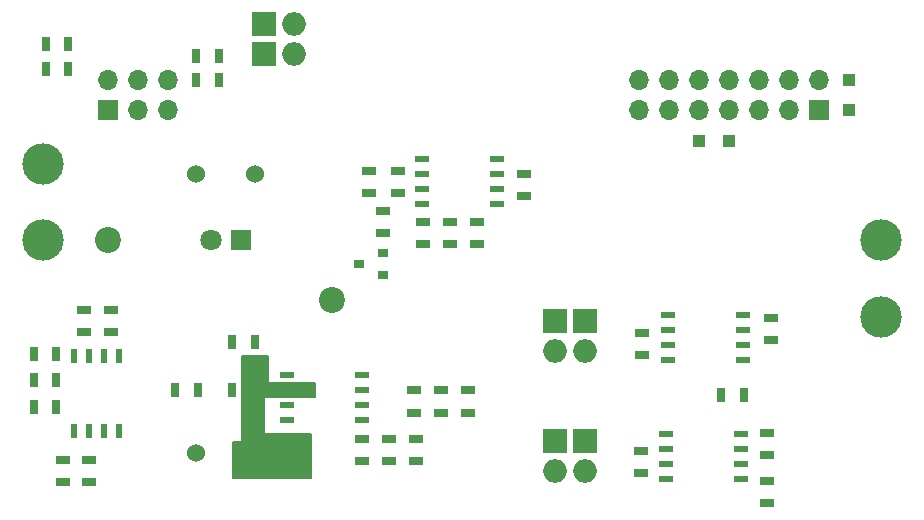
<source format=gbr>
G04 #@! TF.FileFunction,Soldermask,Top*
%FSLAX46Y46*%
G04 Gerber Fmt 4.6, Leading zero omitted, Abs format (unit mm)*
G04 Created by KiCad (PCBNEW 4.0.7-e1-6374~58~ubuntu17.04.1) date Mon Aug 21 14:59:55 2017*
%MOMM*%
%LPD*%
G01*
G04 APERTURE LIST*
%ADD10C,0.100000*%
%ADD11C,2.200000*%
%ADD12C,3.500000*%
%ADD13R,1.143000X0.508000*%
%ADD14R,1.300000X0.700000*%
%ADD15R,0.700000X1.300000*%
%ADD16R,1.800000X1.800000*%
%ADD17C,1.800000*%
%ADD18C,1.524000*%
%ADD19R,0.900000X0.800000*%
%ADD20R,0.508000X1.143000*%
%ADD21R,1.700000X1.700000*%
%ADD22O,1.700000X1.700000*%
%ADD23R,1.000000X1.000000*%
%ADD24R,2.000000X2.000000*%
%ADD25O,2.000000X2.000000*%
%ADD26C,0.200000*%
G04 APERTURE END LIST*
D10*
D11*
X134000000Y-115000000D03*
D12*
X180500000Y-116492000D03*
X180500000Y-109992000D03*
X109500000Y-103500000D03*
D13*
X141605000Y-106870500D03*
X141605000Y-105600500D03*
X141605000Y-104330500D03*
X141605000Y-103060500D03*
X147955000Y-103060500D03*
X147955000Y-104330500D03*
X147955000Y-105600500D03*
X147955000Y-106870500D03*
D14*
X146304000Y-108397000D03*
X146304000Y-110297000D03*
X136525000Y-126812000D03*
X136525000Y-128712000D03*
X138811000Y-126812000D03*
X138811000Y-128712000D03*
X141097000Y-126812000D03*
X141097000Y-128712000D03*
X140970000Y-122684500D03*
X140970000Y-124584500D03*
X143256000Y-122684500D03*
X143256000Y-124584500D03*
X145478500Y-122684500D03*
X145478500Y-124584500D03*
D15*
X109747000Y-95518000D03*
X111647000Y-95518000D03*
X110631000Y-121807000D03*
X108731000Y-121807000D03*
X110631000Y-124093000D03*
X108731000Y-124093000D03*
X110631000Y-119648000D03*
X108731000Y-119648000D03*
X124394000Y-96393000D03*
X122494000Y-96393000D03*
D14*
X141732000Y-108397000D03*
X141732000Y-110297000D03*
X144018000Y-108397000D03*
X144018000Y-110297000D03*
X139573000Y-104079000D03*
X139573000Y-105979000D03*
D16*
X126318000Y-109996000D03*
D17*
X123778000Y-109996000D03*
D18*
X127468000Y-104394000D03*
X122468000Y-104394000D03*
D19*
X138287000Y-112964000D03*
X138287000Y-111064000D03*
X136287000Y-112014000D03*
D15*
X109747000Y-93359000D03*
X111647000Y-93359000D03*
D14*
X113411000Y-128590000D03*
X113411000Y-130490000D03*
D15*
X124394000Y-94361000D03*
X122494000Y-94361000D03*
D14*
X113030000Y-115890000D03*
X113030000Y-117790000D03*
X115316000Y-117790000D03*
X115316000Y-115890000D03*
X138303000Y-109408000D03*
X138303000Y-107508000D03*
X137160000Y-104079000D03*
X137160000Y-105979000D03*
D20*
X112141000Y-119761000D03*
X113411000Y-119761000D03*
X114681000Y-119761000D03*
X115951000Y-119761000D03*
X115951000Y-126111000D03*
X114681000Y-126111000D03*
X113411000Y-126111000D03*
X112141000Y-126111000D03*
D21*
X115015000Y-98947000D03*
D22*
X115015000Y-96407000D03*
X117555000Y-98947000D03*
X117555000Y-96407000D03*
X120095000Y-98947000D03*
X120095000Y-96407000D03*
D21*
X175213000Y-98947000D03*
D22*
X175213000Y-96407000D03*
X172673000Y-98947000D03*
X172673000Y-96407000D03*
X170133000Y-98947000D03*
X170133000Y-96407000D03*
X167593000Y-98947000D03*
X167593000Y-96407000D03*
X165053000Y-98947000D03*
X165053000Y-96407000D03*
X162513000Y-98947000D03*
X162513000Y-96407000D03*
X159973000Y-98947000D03*
X159973000Y-96407000D03*
D18*
X130492500Y-128016000D03*
D23*
X165100000Y-101600000D03*
X167640000Y-101600000D03*
X177800000Y-96393000D03*
D18*
X127468000Y-128016000D03*
X122468000Y-128016000D03*
D15*
X127442000Y-122682000D03*
X125542000Y-122682000D03*
X120716000Y-122682000D03*
X122616000Y-122682000D03*
X125542000Y-118618000D03*
X127442000Y-118618000D03*
D13*
X136525000Y-121412000D03*
X136525000Y-122682000D03*
X136525000Y-123952000D03*
X136525000Y-125222000D03*
X130175000Y-125222000D03*
X130175000Y-123952000D03*
X130175000Y-122682000D03*
X130175000Y-121412000D03*
D14*
X160274000Y-117795000D03*
X160274000Y-119695000D03*
D15*
X166944000Y-123063000D03*
X168844000Y-123063000D03*
D14*
X171196000Y-116525000D03*
X171196000Y-118425000D03*
X160147000Y-127828000D03*
X160147000Y-129728000D03*
X170815000Y-130368000D03*
X170815000Y-132268000D03*
X170815000Y-126304000D03*
X170815000Y-128204000D03*
D24*
X128270000Y-91694000D03*
D25*
X130810000Y-91694000D03*
D24*
X128270000Y-94234000D03*
D25*
X130810000Y-94234000D03*
D24*
X155448000Y-127000000D03*
D25*
X155448000Y-129540000D03*
D24*
X155448000Y-116840000D03*
D25*
X155448000Y-119380000D03*
D24*
X152908000Y-127000000D03*
D25*
X152908000Y-129540000D03*
D24*
X152908000Y-116840000D03*
D25*
X152908000Y-119380000D03*
D14*
X111252000Y-128590000D03*
X111252000Y-130490000D03*
X150241000Y-106233000D03*
X150241000Y-104333000D03*
D13*
X168783000Y-116332000D03*
X168783000Y-117602000D03*
X168783000Y-118872000D03*
X168783000Y-120142000D03*
X162433000Y-120142000D03*
X162433000Y-118872000D03*
X162433000Y-117602000D03*
X162433000Y-116332000D03*
X168656000Y-126365000D03*
X168656000Y-127635000D03*
X168656000Y-128905000D03*
X168656000Y-130175000D03*
X162306000Y-130175000D03*
X162306000Y-128905000D03*
X162306000Y-127635000D03*
X162306000Y-126365000D03*
D12*
X109500000Y-110000000D03*
D11*
X115000000Y-110000000D03*
D23*
X177800000Y-98933000D03*
D26*
G36*
X128551000Y-121983500D02*
X128558879Y-122022406D01*
X128581273Y-122055181D01*
X128614654Y-122076661D01*
X128651000Y-122083500D01*
X132551500Y-122083500D01*
X132551500Y-123280500D01*
X128333500Y-123280500D01*
X128294594Y-123288379D01*
X128261819Y-123310773D01*
X128240339Y-123344154D01*
X128233500Y-123380500D01*
X128233500Y-126301500D01*
X128241379Y-126340406D01*
X128263773Y-126373181D01*
X128297154Y-126394661D01*
X128333500Y-126401500D01*
X132234000Y-126401500D01*
X132234000Y-130075000D01*
X125639500Y-130075000D01*
X125639500Y-127036500D01*
X126301500Y-127036500D01*
X126340406Y-127028621D01*
X126373181Y-127006227D01*
X126394661Y-126972846D01*
X126401500Y-126936500D01*
X126401500Y-119797500D01*
X128551000Y-119797500D01*
X128551000Y-121983500D01*
X128551000Y-121983500D01*
G37*
X128551000Y-121983500D02*
X128558879Y-122022406D01*
X128581273Y-122055181D01*
X128614654Y-122076661D01*
X128651000Y-122083500D01*
X132551500Y-122083500D01*
X132551500Y-123280500D01*
X128333500Y-123280500D01*
X128294594Y-123288379D01*
X128261819Y-123310773D01*
X128240339Y-123344154D01*
X128233500Y-123380500D01*
X128233500Y-126301500D01*
X128241379Y-126340406D01*
X128263773Y-126373181D01*
X128297154Y-126394661D01*
X128333500Y-126401500D01*
X132234000Y-126401500D01*
X132234000Y-130075000D01*
X125639500Y-130075000D01*
X125639500Y-127036500D01*
X126301500Y-127036500D01*
X126340406Y-127028621D01*
X126373181Y-127006227D01*
X126394661Y-126972846D01*
X126401500Y-126936500D01*
X126401500Y-119797500D01*
X128551000Y-119797500D01*
X128551000Y-121983500D01*
M02*

</source>
